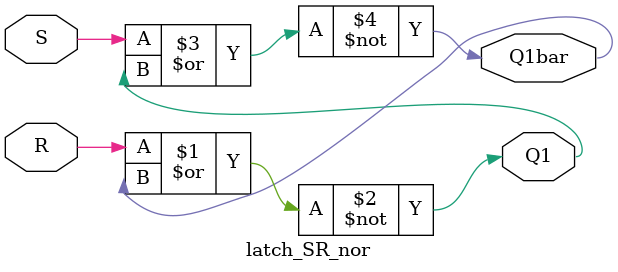
<source format=v>
`timescale 1ns / 1ps
module latch_SR_nand(S,R,Q,Qbar);
 input S,R;
 output Q,Qbar;
 nand G1(Q,S,Qbar);
 nand G2(Qbar,Q,R);
endmodule

// SR latch using nor
module latch_SR_nor(S,R,Q1,Q1bar);
  input S,R;
 output Q1,Q1bar;
 nor G3(Q1,R,Q1bar);
 nor G4(Q1bar,S,Q1);

endmodule


</source>
